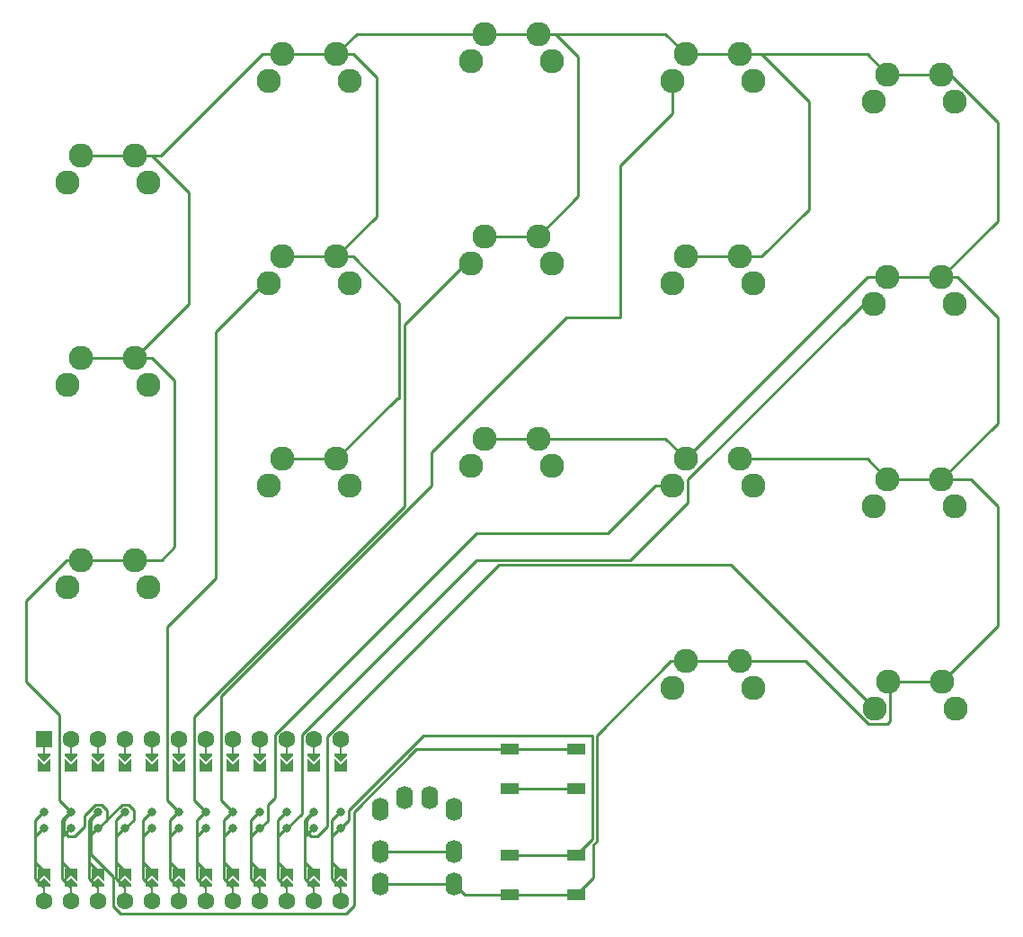
<source format=gbr>
%TF.GenerationSoftware,KiCad,Pcbnew,7.0.0*%
%TF.CreationDate,2023-03-01T18:30:01+00:00*%
%TF.ProjectId,chips-34,63686970-732d-4333-942e-6b696361645f,v1.0.0*%
%TF.SameCoordinates,Original*%
%TF.FileFunction,Copper,L2,Bot*%
%TF.FilePolarity,Positive*%
%FSLAX46Y46*%
G04 Gerber Fmt 4.6, Leading zero omitted, Abs format (unit mm)*
G04 Created by KiCad (PCBNEW 7.0.0) date 2023-03-01 18:30:01*
%MOMM*%
%LPD*%
G01*
G04 APERTURE LIST*
G04 Aperture macros list*
%AMFreePoly0*
4,1,5,0.125000,-0.500000,-0.125000,-0.500000,-0.125000,0.500000,0.125000,0.500000,0.125000,-0.500000,0.125000,-0.500000,$1*%
%AMFreePoly1*
4,1,6,0.600000,0.200000,0.000000,-0.400000,-0.600000,0.200000,-0.600000,0.400000,0.600000,0.400000,0.600000,0.200000,0.600000,0.200000,$1*%
%AMFreePoly2*
4,1,49,0.004652,0.123753,0.008918,0.124682,0.028635,0.117327,0.062500,0.108253,0.068172,0.102580,0.074910,0.100068,0.087486,0.083266,0.108253,0.062500,0.111163,0.051639,0.117119,0.043683,0.118510,0.024217,0.125000,0.000000,0.121245,-0.014013,0.122144,-0.026571,0.113772,-0.041901,0.108253,-0.062500,0.095633,-0.075119,0.088389,-0.088388,-0.641000,-0.817776,-0.641000,-4.770224,
0.088389,-5.499612,0.109711,-5.528094,0.124682,-5.596918,0.100068,-5.662910,0.043683,-5.705119,-0.026571,-5.710144,-0.088388,-5.676389,-0.854388,-4.910388,-0.867764,-4.892519,-0.871157,-4.889580,-0.871926,-4.886960,-0.875710,-4.881906,-0.882285,-4.851677,-0.891000,-4.822000,-0.891000,-0.766000,-0.887823,-0.743906,-0.888144,-0.739429,-0.886835,-0.737032,-0.885937,-0.730783,-0.869209,-0.704755,
-0.854388,-0.677612,-0.088388,0.088389,-0.064427,0.106325,-0.062500,0.108253,-0.061491,0.108523,-0.059906,0.109711,-0.044779,0.113001,0.000000,0.125000,0.004652,0.123753,0.004652,0.123753,$1*%
%AMFreePoly3*
4,1,6,0.600000,-0.250000,-0.600000,-0.250000,-0.600000,1.000000,0.000000,0.400000,0.600000,1.000000,0.600000,-0.250000,0.600000,-0.250000,$1*%
G04 Aperture macros list end*
%TA.AperFunction,ComponentPad*%
%ADD10C,2.286000*%
%TD*%
%TA.AperFunction,ComponentPad*%
%ADD11C,1.600000*%
%TD*%
%TA.AperFunction,ComponentPad*%
%ADD12R,1.600000X1.600000*%
%TD*%
%TA.AperFunction,SMDPad,CuDef*%
%ADD13FreePoly0,0.000000*%
%TD*%
%TA.AperFunction,SMDPad,CuDef*%
%ADD14FreePoly1,0.000000*%
%TD*%
%TA.AperFunction,SMDPad,CuDef*%
%ADD15FreePoly1,180.000000*%
%TD*%
%TA.AperFunction,SMDPad,CuDef*%
%ADD16FreePoly0,180.000000*%
%TD*%
%TA.AperFunction,SMDPad,CuDef*%
%ADD17FreePoly2,0.000000*%
%TD*%
%TA.AperFunction,ComponentPad*%
%ADD18C,0.800000*%
%TD*%
%TA.AperFunction,SMDPad,CuDef*%
%ADD19FreePoly3,180.000000*%
%TD*%
%TA.AperFunction,SMDPad,CuDef*%
%ADD20FreePoly3,0.000000*%
%TD*%
%TA.AperFunction,SMDPad,CuDef*%
%ADD21FreePoly2,180.000000*%
%TD*%
%TA.AperFunction,SMDPad,CuDef*%
%ADD22R,1.800000X1.100000*%
%TD*%
%TA.AperFunction,ComponentPad*%
%ADD23O,1.600000X2.200000*%
%TD*%
%TA.AperFunction,Conductor*%
%ADD24C,0.250000*%
%TD*%
G04 APERTURE END LIST*
D10*
%TO.P,S6,1*%
%TO.N,GND*%
X191820000Y-95885000D03*
X196900000Y-95885000D03*
%TO.P,S6,2*%
%TO.N,matrix_ring_top*%
X190550000Y-98425000D03*
X198170000Y-98425000D03*
%TD*%
%TO.P,S4,1*%
%TO.N,GND*%
X191820000Y-133985000D03*
X196900000Y-133985000D03*
%TO.P,S4,2*%
%TO.N,matrix_ring_bottom*%
X190550000Y-136525000D03*
X198170000Y-136525000D03*
%TD*%
%TO.P,S16,1*%
%TO.N,GND*%
X248870000Y-154940000D03*
X253950000Y-154940000D03*
%TO.P,S16,2*%
%TO.N,thumb_resting*%
X247600000Y-157480000D03*
X255220000Y-157480000D03*
%TD*%
%TO.P,S2,1*%
%TO.N,GND*%
X172820000Y-124460000D03*
X177900000Y-124460000D03*
%TO.P,S2,2*%
%TO.N,matrix_pinky_home*%
X171550000Y-127000000D03*
X179170000Y-127000000D03*
%TD*%
D11*
%TO.P,MCU1,*%
%TO.N,*%
X169390000Y-160401000D03*
D12*
X169389999Y-160400999D03*
D13*
X169390000Y-161671000D03*
D14*
X169390000Y-162179000D03*
D15*
X169390000Y-173863000D03*
D16*
X169390000Y-174371000D03*
D11*
X169390000Y-175641000D03*
X171930000Y-160401000D03*
D13*
X171930000Y-161671000D03*
D14*
X171930000Y-162179000D03*
D15*
X171930000Y-173863000D03*
D16*
X171930000Y-174371000D03*
D11*
X171930000Y-175641000D03*
X174470000Y-160401000D03*
D13*
X174470000Y-161671000D03*
D14*
X174470000Y-162179000D03*
D15*
X174470000Y-173863000D03*
D16*
X174470000Y-174371000D03*
D11*
X174470000Y-175641000D03*
X177010000Y-160401000D03*
D13*
X177010000Y-161671000D03*
D14*
X177010000Y-162179000D03*
D15*
X177010000Y-173863000D03*
D16*
X177010000Y-174371000D03*
D11*
X177010000Y-175641000D03*
X179550000Y-160401000D03*
D13*
X179550000Y-161671000D03*
D14*
X179550000Y-162179000D03*
D15*
X179550000Y-173863000D03*
D16*
X179550000Y-174371000D03*
D11*
X179550000Y-175641000D03*
X182090000Y-160401000D03*
D13*
X182090000Y-161671000D03*
D14*
X182090000Y-162179000D03*
D15*
X182090000Y-173863000D03*
D16*
X182090000Y-174371000D03*
D11*
X182090000Y-175641000D03*
X184630000Y-160401000D03*
D13*
X184630000Y-161671000D03*
D14*
X184630000Y-162179000D03*
D15*
X184630000Y-173863000D03*
D16*
X184630000Y-174371000D03*
D11*
X184630000Y-175641000D03*
X187170000Y-160401000D03*
D13*
X187170000Y-161671000D03*
D14*
X187170000Y-162179000D03*
D15*
X187170000Y-173863000D03*
D16*
X187170000Y-174371000D03*
D11*
X187170000Y-175641000D03*
X189710000Y-160401000D03*
D13*
X189710000Y-161671000D03*
D14*
X189710000Y-162179000D03*
D15*
X189710000Y-173863000D03*
D16*
X189710000Y-174371000D03*
D11*
X189710000Y-175641000D03*
X192250000Y-160401000D03*
D13*
X192250000Y-161671000D03*
D14*
X192250000Y-162179000D03*
D15*
X192250000Y-173863000D03*
D16*
X192250000Y-174371000D03*
D11*
X192250000Y-175641000D03*
X194790000Y-160401000D03*
D13*
X194790000Y-161671000D03*
D14*
X194790000Y-162179000D03*
D15*
X194790000Y-173863000D03*
D16*
X194790000Y-174371000D03*
D11*
X194790000Y-175641000D03*
X197330000Y-160401000D03*
D13*
X197330000Y-161671000D03*
D14*
X197330000Y-162179000D03*
D15*
X197330000Y-173863000D03*
D16*
X197330000Y-174371000D03*
D11*
X197330000Y-175641000D03*
D17*
%TO.P,MCU1,1*%
%TO.N,RAW*%
X169390000Y-167259000D03*
D18*
X169390000Y-167259000D03*
D19*
X169390000Y-172847000D03*
D17*
%TO.P,MCU1,2*%
%TO.N,GND*%
X171930000Y-167259000D03*
D18*
X171930000Y-167259000D03*
D19*
%TO.N,N/C*%
X171930000Y-172847000D03*
D17*
%TO.P,MCU1,3*%
%TO.N,RST*%
X174470000Y-167259000D03*
D18*
X174470000Y-167259000D03*
D19*
X174470000Y-172847000D03*
D17*
%TO.P,MCU1,4*%
%TO.N,VCC*%
X177010000Y-167259000D03*
D18*
X177010000Y-167259000D03*
D19*
X177010000Y-172847000D03*
D17*
%TO.P,MCU1,5*%
%TO.N,matrix_ring_top*%
X179550000Y-167259000D03*
D18*
X179550000Y-167259000D03*
D19*
X179550000Y-172847000D03*
D17*
%TO.P,MCU1,6*%
%TO.N,matrix_ring_home*%
X182090000Y-167259000D03*
D18*
X182090000Y-167259000D03*
D19*
X182090000Y-172847000D03*
D17*
%TO.P,MCU1,7*%
%TO.N,matrix_middle_home*%
X184630000Y-167259000D03*
D18*
X184630000Y-167259000D03*
D19*
X184630000Y-172847000D03*
D17*
%TO.P,MCU1,8*%
%TO.N,matrix_index_top*%
X187170000Y-167259000D03*
D18*
X187170000Y-167259000D03*
D19*
X187170000Y-172847000D03*
D17*
%TO.P,MCU1,9*%
%TO.N,matrix_index_home*%
X189710000Y-167259000D03*
D18*
X189710000Y-167259000D03*
D19*
X189710000Y-172847000D03*
D17*
%TO.P,MCU1,10*%
%TO.N,matrix_inner_top*%
X192250000Y-167259000D03*
D18*
X192250000Y-167259000D03*
D19*
X192250000Y-172847000D03*
D17*
%TO.P,MCU1,11*%
%TO.N,thumb_resting*%
X194790000Y-167259000D03*
D18*
X194790000Y-167259000D03*
D19*
X194790000Y-172847000D03*
D17*
%TO.P,MCU1,12*%
%TO.N,thumb_stretch*%
X197330000Y-167259000D03*
D18*
X197330000Y-167259000D03*
D19*
X197330000Y-172847000D03*
D20*
%TO.P,MCU1,13*%
%TO.N,P9*%
X197330000Y-163195000D03*
D21*
X197330000Y-168783000D03*
D18*
X197330000Y-168783000D03*
D20*
%TO.P,MCU1,14*%
%TO.N,matrix_inner_bottom*%
X194790000Y-163195000D03*
D21*
X194790000Y-168783000D03*
D18*
X194790000Y-168783000D03*
D20*
%TO.P,MCU1,15*%
%TO.N,matrix_inner_home*%
X192250000Y-163195000D03*
D21*
X192250000Y-168783000D03*
D18*
X192250000Y-168783000D03*
D20*
%TO.P,MCU1,16*%
%TO.N,matrix_index_bottom*%
X189710000Y-163195000D03*
D21*
X189710000Y-168783000D03*
D18*
X189710000Y-168783000D03*
D20*
%TO.P,MCU1,17*%
%TO.N,matrix_middle_bottom*%
X187170000Y-163195000D03*
D21*
X187170000Y-168783000D03*
D18*
X187170000Y-168783000D03*
D20*
%TO.P,MCU1,18*%
%TO.N,matrix_middle_top*%
X184630000Y-163195000D03*
D21*
X184630000Y-168783000D03*
D18*
X184630000Y-168783000D03*
D20*
%TO.P,MCU1,19*%
%TO.N,matrix_ring_bottom*%
X182090000Y-163195000D03*
D21*
X182090000Y-168783000D03*
D18*
X182090000Y-168783000D03*
D20*
%TO.P,MCU1,20*%
%TO.N,matrix_pinky_bottom*%
X179550000Y-163195000D03*
D21*
X179550000Y-168783000D03*
D18*
X179550000Y-168783000D03*
D20*
%TO.P,MCU1,21*%
%TO.N,GND*%
X177010000Y-163195000D03*
D21*
X177010000Y-168783000D03*
D18*
X177010000Y-168783000D03*
D20*
%TO.P,MCU1,22*%
X174470000Y-163195000D03*
D21*
X174470000Y-168783000D03*
D18*
X174470000Y-168783000D03*
D20*
%TO.P,MCU1,23*%
%TO.N,matrix_pinky_home*%
X171930000Y-163195000D03*
D21*
X171930000Y-168783000D03*
D18*
X171930000Y-168783000D03*
D20*
%TO.P,MCU1,24*%
%TO.N,matrix_pinky_top*%
X169390000Y-163195000D03*
D21*
X169390000Y-168783000D03*
D18*
X169390000Y-168783000D03*
%TD*%
D10*
%TO.P,S7,1*%
%TO.N,GND*%
X210820000Y-132080000D03*
X215900000Y-132080000D03*
%TO.P,S7,2*%
%TO.N,matrix_middle_bottom*%
X209550000Y-134620000D03*
X217170000Y-134620000D03*
%TD*%
D22*
%TO.P,B4,1*%
%TO.N,P9*%
X213259999Y-171309999D03*
X219459999Y-171309999D03*
%TO.P,B4,2*%
%TO.N,GND*%
X213259999Y-175009999D03*
X219459999Y-175009999D03*
%TD*%
D10*
%TO.P,S3,1*%
%TO.N,GND*%
X172820000Y-105410000D03*
X177900000Y-105410000D03*
%TO.P,S3,2*%
%TO.N,matrix_pinky_top*%
X171550000Y-107950000D03*
X179170000Y-107950000D03*
%TD*%
%TO.P,S1,1*%
%TO.N,GND*%
X172820000Y-143510000D03*
X177900000Y-143510000D03*
%TO.P,S1,2*%
%TO.N,matrix_pinky_bottom*%
X171550000Y-146050000D03*
X179170000Y-146050000D03*
%TD*%
%TO.P,S8,1*%
%TO.N,GND*%
X210820000Y-113030000D03*
X215900000Y-113030000D03*
%TO.P,S8,2*%
%TO.N,matrix_middle_home*%
X209550000Y-115570000D03*
X217170000Y-115570000D03*
%TD*%
%TO.P,S14,1*%
%TO.N,GND*%
X248820000Y-116840000D03*
X253900000Y-116840000D03*
%TO.P,S14,2*%
%TO.N,matrix_inner_home*%
X247550000Y-119380000D03*
X255170000Y-119380000D03*
%TD*%
D23*
%TO.P,TRRS1,1*%
%TO.N,VCC*%
X205659999Y-165859999D03*
X203359999Y-165859999D03*
%TO.P,TRRS1,2*%
%TO.N,P2*%
X207959999Y-166959999D03*
X201059999Y-166959999D03*
%TO.P,TRRS1,3*%
%TO.N,P3*%
X207959999Y-170959999D03*
X201059999Y-170959999D03*
%TO.P,TRRS1,4*%
%TO.N,GND*%
X207959999Y-173959999D03*
X201059999Y-173959999D03*
%TD*%
D10*
%TO.P,S5,1*%
%TO.N,GND*%
X191820000Y-114935000D03*
X196900000Y-114935000D03*
%TO.P,S5,2*%
%TO.N,matrix_ring_home*%
X190550000Y-117475000D03*
X198170000Y-117475000D03*
%TD*%
%TO.P,S10,1*%
%TO.N,GND*%
X229820000Y-133985000D03*
X234900000Y-133985000D03*
%TO.P,S10,2*%
%TO.N,matrix_index_bottom*%
X228550000Y-136525000D03*
X236170000Y-136525000D03*
%TD*%
%TO.P,S17,1*%
%TO.N,GND*%
X229820000Y-153035000D03*
X234900000Y-153035000D03*
%TO.P,S17,2*%
%TO.N,thumb_stretch*%
X228550000Y-155575000D03*
X236170000Y-155575000D03*
%TD*%
%TO.P,S13,1*%
%TO.N,GND*%
X248820000Y-135890000D03*
X253900000Y-135890000D03*
%TO.P,S13,2*%
%TO.N,matrix_inner_bottom*%
X247550000Y-138430000D03*
X255170000Y-138430000D03*
%TD*%
%TO.P,S9,1*%
%TO.N,GND*%
X210820000Y-93980000D03*
X215900000Y-93980000D03*
%TO.P,S9,2*%
%TO.N,matrix_middle_top*%
X209550000Y-96520000D03*
X217170000Y-96520000D03*
%TD*%
%TO.P,S12,1*%
%TO.N,GND*%
X229820000Y-95885000D03*
X234900000Y-95885000D03*
%TO.P,S12,2*%
%TO.N,matrix_index_top*%
X228550000Y-98425000D03*
X236170000Y-98425000D03*
%TD*%
D22*
%TO.P,B2,1*%
%TO.N,RST*%
X213259999Y-161309999D03*
X219459999Y-161309999D03*
%TO.P,B2,2*%
%TO.N,GND*%
X213259999Y-165009999D03*
X219459999Y-165009999D03*
%TD*%
D10*
%TO.P,S11,1*%
%TO.N,GND*%
X229820000Y-114935000D03*
X234900000Y-114935000D03*
%TO.P,S11,2*%
%TO.N,matrix_index_home*%
X228550000Y-117475000D03*
X236170000Y-117475000D03*
%TD*%
%TO.P,S15,1*%
%TO.N,GND*%
X248820000Y-97790000D03*
X253900000Y-97790000D03*
%TO.P,S15,2*%
%TO.N,matrix_inner_top*%
X247550000Y-100330000D03*
X255170000Y-100330000D03*
%TD*%
D24*
%TO.N,GND*%
X167640000Y-154940000D02*
X167640000Y-147320000D01*
X167640000Y-147320000D02*
X171450000Y-143510000D01*
X170805000Y-166134000D02*
X170805000Y-158105000D01*
X170805000Y-158105000D02*
X167640000Y-154940000D01*
X171450000Y-143510000D02*
X172820000Y-143510000D01*
X221430000Y-169976396D02*
X221430000Y-160020000D01*
X221103198Y-170303198D02*
X221430000Y-169976396D01*
X219460000Y-175010000D02*
X221103198Y-173366802D01*
X221103198Y-173366802D02*
X221103198Y-170303198D01*
X221430000Y-160020000D02*
X228415000Y-153035000D01*
X228415000Y-153035000D02*
X229820000Y-153035000D01*
%TO.N,P9*%
X219460000Y-171310000D02*
X220980000Y-169790000D01*
X220980000Y-169790000D02*
X220980000Y-160020000D01*
X220980000Y-160020000D02*
X205103604Y-160020000D01*
X205103604Y-160020000D02*
X198096000Y-167027604D01*
X198096000Y-167027604D02*
X198096000Y-168017000D01*
X198096000Y-168017000D02*
X197330000Y-168783000D01*
%TO.N,RST*%
X213260000Y-161310000D02*
X204450000Y-161310000D01*
X175885000Y-173345000D02*
X173745000Y-171205000D01*
X204450000Y-161310000D02*
X198546000Y-167214000D01*
X197795991Y-176766000D02*
X176544009Y-176766000D01*
X198546000Y-167214000D02*
X198546000Y-176015991D01*
X198546000Y-176015991D02*
X197795991Y-176766000D01*
X176544009Y-176766000D02*
X175885000Y-176106991D01*
X175885000Y-176106991D02*
X175885000Y-173345000D01*
X173745000Y-171205000D02*
X173745000Y-167984000D01*
X173745000Y-167984000D02*
X174470000Y-167259000D01*
%TO.N,P9*%
X197330000Y-168430000D02*
X197330000Y-168783000D01*
%TO.N,GND*%
X174470000Y-168783000D02*
X174470000Y-168773695D01*
X174470000Y-168773695D02*
X176709695Y-166534000D01*
X176709695Y-166534000D02*
X177310305Y-166534000D01*
X177800000Y-167023695D02*
X177800000Y-167993000D01*
X177310305Y-166534000D02*
X177800000Y-167023695D01*
X177800000Y-167993000D02*
X177010000Y-168783000D01*
X171930000Y-167259000D02*
X171205000Y-167984000D01*
X171205000Y-167984000D02*
X171205000Y-169083305D01*
X174169695Y-166534000D02*
X174770305Y-166534000D01*
X171205000Y-169083305D02*
X171629695Y-169508000D01*
X173146000Y-168592305D02*
X173146000Y-167557695D01*
X173146000Y-167557695D02*
X174169695Y-166534000D01*
X171629695Y-169508000D02*
X172230305Y-169508000D01*
X174770305Y-166534000D02*
X175260000Y-167023695D01*
X172230305Y-169508000D02*
X173146000Y-168592305D01*
X175260000Y-167023695D02*
X175260000Y-167993000D01*
X175260000Y-167993000D02*
X174470000Y-168783000D01*
X170805000Y-166134000D02*
X171930000Y-167259000D01*
%TO.N,RST*%
X219460000Y-161310000D02*
X213260000Y-161310000D01*
%TO.N,P9*%
X213260000Y-171310000D02*
X219460000Y-171310000D01*
%TO.N,GND*%
X248870000Y-154940000D02*
X253950000Y-154940000D01*
X198516446Y-95885000D02*
X200665900Y-98034454D01*
X196900000Y-95885000D02*
X198516446Y-95885000D01*
X248822000Y-158948000D02*
X249068000Y-158702000D01*
X180440000Y-143510000D02*
X177900000Y-143510000D01*
X249068000Y-158702000D02*
X249068000Y-155138000D01*
X227915000Y-132080000D02*
X229820000Y-133985000D01*
X177900000Y-143510000D02*
X172820000Y-143510000D01*
X256640000Y-135890000D02*
X253900000Y-135890000D01*
X196900000Y-95885000D02*
X191820000Y-95885000D01*
X241400000Y-100330000D02*
X236955000Y-95885000D01*
X215900000Y-113030000D02*
X210820000Y-113030000D01*
X213260000Y-175010000D02*
X216000000Y-175010000D01*
X210820000Y-93980000D02*
X198805000Y-93980000D01*
X259180000Y-102263934D02*
X254706066Y-97790000D01*
X198805000Y-93980000D02*
X196900000Y-95885000D01*
X229820000Y-133985000D02*
X246965000Y-116840000D01*
X259180000Y-111560000D02*
X259180000Y-102263934D01*
X182980000Y-119380000D02*
X177900000Y-124460000D01*
X234900000Y-114935000D02*
X236955000Y-114935000D01*
X248820000Y-116840000D02*
X253900000Y-116840000D01*
X181665900Y-126609454D02*
X181665900Y-142284100D01*
X234900000Y-153035000D02*
X241078934Y-153035000D01*
X253900000Y-135890000D02*
X248820000Y-135890000D01*
X181665900Y-142284100D02*
X180440000Y-143510000D01*
X229820000Y-153035000D02*
X234900000Y-153035000D01*
X180383996Y-105410000D02*
X177900000Y-105410000D01*
X259180000Y-130610000D02*
X259180000Y-120650000D01*
X253950000Y-154940000D02*
X259180000Y-149710000D01*
X246991934Y-158948000D02*
X248822000Y-158948000D01*
X255370000Y-116840000D02*
X253900000Y-116840000D01*
X202615000Y-128270000D02*
X196900000Y-133985000D01*
X236955000Y-95885000D02*
X234900000Y-95885000D01*
X253900000Y-97790000D02*
X248820000Y-97790000D01*
X249068000Y-155138000D02*
X248870000Y-154940000D01*
X177900000Y-124460000D02*
X172820000Y-124460000D01*
X241400000Y-110490000D02*
X241400000Y-100330000D01*
X200665900Y-111169100D02*
X196900000Y-114935000D01*
X234900000Y-95885000D02*
X229820000Y-95885000D01*
X236955000Y-114935000D02*
X241400000Y-110490000D01*
X229820000Y-95885000D02*
X227915000Y-93980000D01*
X209010000Y-175010000D02*
X207960000Y-173960000D01*
X248820000Y-135890000D02*
X246915000Y-133985000D01*
X216000000Y-165010000D02*
X219460000Y-165010000D01*
X217516446Y-93980000D02*
X219665900Y-96129454D01*
X202850000Y-128270000D02*
X202615000Y-128270000D01*
X215900000Y-93980000D02*
X210820000Y-93980000D01*
X196900000Y-114935000D02*
X191820000Y-114935000D01*
X196900000Y-114935000D02*
X198516446Y-114935000D01*
X246965000Y-116840000D02*
X248820000Y-116840000D01*
X177900000Y-105410000D02*
X179516446Y-105410000D01*
X189908996Y-95885000D02*
X180383996Y-105410000D01*
X210820000Y-132080000D02*
X215900000Y-132080000D01*
X179516446Y-124460000D02*
X181665900Y-126609454D01*
X191820000Y-95885000D02*
X189908996Y-95885000D01*
X219665900Y-96129454D02*
X219665900Y-109264100D01*
X259180000Y-149710000D02*
X259180000Y-138430000D01*
X246915000Y-95885000D02*
X234900000Y-95885000D01*
X229820000Y-114935000D02*
X234900000Y-114935000D01*
X219665900Y-109264100D02*
X215900000Y-113030000D01*
X215900000Y-93980000D02*
X217516446Y-93980000D01*
X213260000Y-175010000D02*
X209010000Y-175010000D01*
X248820000Y-97790000D02*
X246915000Y-95885000D01*
X253900000Y-116840000D02*
X259180000Y-111560000D01*
X177900000Y-105410000D02*
X172820000Y-105410000D01*
X259180000Y-138430000D02*
X256640000Y-135890000D01*
X177900000Y-124460000D02*
X179516446Y-124460000D01*
X202850000Y-119268554D02*
X202850000Y-128270000D01*
X254706066Y-97790000D02*
X253900000Y-97790000D01*
X179516446Y-105410000D02*
X182980000Y-108873554D01*
X213260000Y-165010000D02*
X216000000Y-165010000D01*
X200665900Y-98034454D02*
X200665900Y-111169100D01*
X259180000Y-120650000D02*
X255370000Y-116840000D01*
X207960000Y-173960000D02*
X201060000Y-173960000D01*
X253900000Y-135890000D02*
X259180000Y-130610000D01*
X198516446Y-114935000D02*
X202850000Y-119268554D01*
X215900000Y-132080000D02*
X227915000Y-132080000D01*
X196900000Y-133985000D02*
X191820000Y-133985000D01*
X227915000Y-93980000D02*
X215900000Y-93980000D01*
X241078934Y-153035000D02*
X246991934Y-158948000D01*
X229013934Y-153035000D02*
X229820000Y-153035000D01*
X246915000Y-133985000D02*
X234900000Y-133985000D01*
X216000000Y-175010000D02*
X219460000Y-175010000D01*
X182980000Y-108873554D02*
X182980000Y-119380000D01*
%TO.N,matrix_ring_home*%
X180965000Y-166134000D02*
X180965000Y-149798684D01*
X182090000Y-167259000D02*
X180965000Y-166134000D01*
X185520000Y-145243684D02*
X185520000Y-122041316D01*
X185520000Y-122041316D02*
X190086316Y-117475000D01*
X180965000Y-149798684D02*
X185520000Y-145243684D01*
X190086316Y-117475000D02*
X190550000Y-117475000D01*
%TO.N,matrix_middle_home*%
X209086316Y-115570000D02*
X209550000Y-115570000D01*
X183505000Y-158225000D02*
X203300000Y-138430000D01*
X183505000Y-166134000D02*
X183505000Y-158225000D01*
X203300000Y-121356316D02*
X209086316Y-115570000D01*
X203300000Y-138430000D02*
X203300000Y-121356316D01*
X184630000Y-167259000D02*
X183505000Y-166134000D01*
%TO.N,matrix_index_bottom*%
X190435000Y-166535000D02*
X191125000Y-165845000D01*
X189710000Y-168783000D02*
X190435000Y-168058000D01*
X190435000Y-168058000D02*
X190435000Y-166535000D01*
X222488554Y-140970000D02*
X226933554Y-136525000D01*
X226933554Y-136525000D02*
X228550000Y-136525000D01*
X191125000Y-165845000D02*
X191125000Y-159935009D01*
X210090009Y-140970000D02*
X222488554Y-140970000D01*
X191125000Y-159935009D02*
X210090009Y-140970000D01*
%TO.N,matrix_index_top*%
X218540000Y-120650000D02*
X223620000Y-120650000D01*
X186045000Y-156321396D02*
X205840000Y-136526396D01*
X223620000Y-120650000D02*
X223620000Y-106358684D01*
X228550000Y-101428684D02*
X228550000Y-98425000D01*
X205840000Y-133350000D02*
X218540000Y-120650000D01*
X187170000Y-167259000D02*
X186045000Y-166134000D01*
X223620000Y-106358684D02*
X228550000Y-101428684D01*
X205840000Y-136526396D02*
X205840000Y-133350000D01*
X186045000Y-166134000D02*
X186045000Y-156321396D01*
%TO.N,matrix_inner_home*%
X247550000Y-119380000D02*
X246554934Y-119380000D01*
X246554934Y-119380000D02*
X230018000Y-135916934D01*
X193665000Y-159935009D02*
X193665000Y-167368000D01*
X210090009Y-143510000D02*
X193665000Y-159935009D01*
X224568684Y-143510000D02*
X210090009Y-143510000D01*
X230018000Y-138060684D02*
X224568684Y-143510000D01*
X193665000Y-167368000D02*
X192250000Y-168783000D01*
X230018000Y-135916934D02*
X230018000Y-138060684D01*
%TO.N,thumb_resting*%
X196006000Y-168592305D02*
X196006000Y-160134009D01*
X194065000Y-169083305D02*
X194489695Y-169508000D01*
X194065000Y-167984000D02*
X194065000Y-169083305D01*
X212180009Y-143960000D02*
X234080000Y-143960000D01*
X234080000Y-143960000D02*
X247600000Y-157480000D01*
X195090305Y-169508000D02*
X196006000Y-168592305D01*
X196006000Y-160134009D02*
X212180009Y-143960000D01*
X194489695Y-169508000D02*
X195090305Y-169508000D01*
X194790000Y-167259000D02*
X194065000Y-167984000D01*
%TO.N,P3*%
X207960000Y-170960000D02*
X201060000Y-170960000D01*
%TD*%
M02*

</source>
